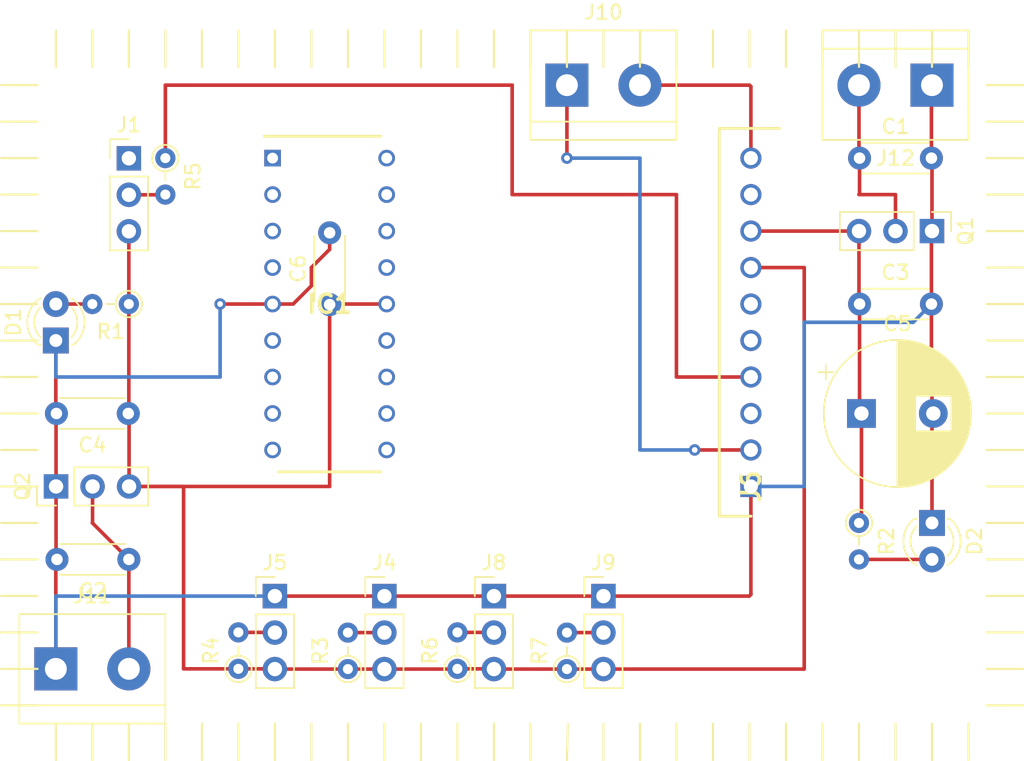
<source format=kicad_pcb>
(kicad_pcb (version 20211014) (generator pcbnew)
  (layers (0 "F.Cu" signal) (31 "B.Cu" signal) (34 "B.Paste" user) (35 "F.Paste" user) (36 "B.SilkS" user "B.Silkscreen") (37 "F.SilkS" user "F.Silkscreen") (38 "B.Mask" user) (39 "F.Mask" user) (44 "Edge.Cuts" user))
  (net 0 "")
  (net 1 "VCOM")
  (net 2 "GND")
  (net 3 "VBUS")
  (net 4 "+12V")
  (net 5 "+5V")
  (net 6 "Net-(D1-Pad2)")
  (net 7 "Net-(D2-Pad2)")
  (net 24 "PIC_PWM")
  (net 25 "MD_PWM")
  (net 26 "lp_sense_out_a")
  (net 27 "lp_sense_out_b")
  (net 28 "M_OUT_1")
  (net 30 "Net-(J6-Pad4)")
  (net 31 "CW")
  (net 32 "CCW")
  (net 34 "M_OUT_2")
  (net 35 "od_sense_out_1")
  (net 36 "od_sense_out_2")
  (footprint "Capacitor_THT:C_Disc_D4.3mm_W1.9mm_P5.00mm" (layer "F.Cu") (at 154.98 34.29)
    (fp_text reference "C1" (at 2.5 -2.2) (layer "F.SilkS"))
    (fp_text value "1uF")
    (pad "1" thru_hole circle (at 0 0) (size 1.6 1.6) (drill 0.8) (layers *.Cu *.Mask) (net 1 "VCOM"))
    (pad "2" thru_hole circle (at 5 0) (size 1.6 1.6) (drill 0.8) (layers *.Cu *.Mask) (net 2 "GND"))
  )
  (footprint "Connector_PinHeader_2.54mm:PinHeader_1x03_P2.54mm_Vertical" (layer "F.Cu") (at 114.3 64.785)
    (fp_text reference "J5" (at 0 -2.33) (layer "F.SilkS"))
    (fp_text value "limite_protection_sensor_b")
    (pad "1" thru_hole rect (at 0 0) (size 1.7 1.7) (drill 1) (layers *.Cu *.Mask) (net 2 "GND"))
    (pad "2" thru_hole oval (at 0 2.54) (size 1.7 1.7) (drill 1) (layers *.Cu *.Mask) (net 27 "lp_sense_out_b"))
    (pad "3" thru_hole oval (at 0 5.08) (size 1.7 1.7) (drill 1) (layers *.Cu *.Mask) (net 5 "+5V"))
  )
  (footprint "Connector_PinHeader_2.54mm:PinHeader_1x03_P2.54mm_Vertical" (layer "F.Cu") (at 99.075 57.15 90)
    (fp_text reference "Q2" (at 0 -2.33 90) (layer "F.SilkS"))
    (fp_text value "MTP4835I3")
    (pad "1" thru_hole rect (at 0 0 90) (size 1.7 1.7) (drill 1) (layers *.Cu *.Mask) (net 2 "GND"))
    (pad "2" thru_hole oval (at 0 2.54 90) (size 1.7 1.7) (drill 1) (layers *.Cu *.Mask) (net 3 "VBUS"))
    (pad "3" thru_hole oval (at 0 5.08 90) (size 1.7 1.7) (drill 1) (layers *.Cu *.Mask) (net 5 "+5V"))
  )
  (footprint "Connector_PinHeader_2.54mm:PinHeader_1x03_P2.54mm_Vertical" (layer "F.Cu") (at 129.54 64.785)
    (fp_text reference "J8" (at 0 -2.33) (layer "F.SilkS"))
    (fp_text value "object_dection_sensor_1")
    (pad "1" thru_hole rect (at 0 0) (size 1.7 1.7) (drill 1) (layers *.Cu *.Mask) (net 2 "GND"))
    (pad "2" thru_hole oval (at 0 2.54) (size 1.7 1.7) (drill 1) (layers *.Cu *.Mask) (net 35 "od_sense_out_1"))
    (pad "3" thru_hole oval (at 0 5.08) (size 1.7 1.7) (drill 1) (layers *.Cu *.Mask) (net 5 "+5V"))
  )
  (footprint "Connector_PinHeader_2.54mm:PinHeader_1x03_P2.54mm_Vertical" (layer "F.Cu") (at 160.02 39.37 -90)
    (fp_text reference "Q1" (at 0 -2.33 90) (layer "F.SilkS"))
    (fp_text value "MTP4835I3")
    (pad "1" thru_hole rect (at 0 0 270) (size 1.7 1.7) (drill 1) (layers *.Cu *.Mask) (net 2 "GND"))
    (pad "2" thru_hole oval (at 0 2.54 270) (size 1.7 1.7) (drill 1) (layers *.Cu *.Mask) (net 1 "VCOM"))
    (pad "3" thru_hole oval (at 0 5.08 270) (size 1.7 1.7) (drill 1) (layers *.Cu *.Mask) (net 4 "+12V"))
  )
  (footprint "Resistor_THT:R_Axial_DIN0204_L3.6mm_D1.6mm_P2.54mm_Vertical" (layer "F.Cu") (at 127 69.85 90)
    (fp_text reference "R6" (at 1.27 -1.92 90) (layer "F.SilkS"))
    (fp_text value "10kΩ")
    (pad "1" thru_hole circle (at 0 0 90) (size 1.4 1.4) (drill 0.7) (layers *.Cu *.Mask) (net 5 "+5V"))
    (pad "2" thru_hole oval (at 2.54 0 90) (size 1.4 1.4) (drill 0.7) (layers *.Cu *.Mask) (net 35 "od_sense_out_1"))
  )
  (footprint "TerminalBlock:TerminalBlock_bornier-2_P5.08mm" (layer "F.Cu") (at 99.06 69.85)
    (fp_text reference "J11" (at 2.54 -5.08) (layer "F.SilkS"))
    (fp_text value "ControlPower")
    (pad "1" thru_hole rect (at 0 0) (size 3 3) (drill 1.52) (layers *.Cu *.Mask) (net 2 "GND"))
    (pad "2" thru_hole circle (at 5.08 0) (size 3 3) (drill 1.52) (layers *.Cu *.Mask) (net 3 "VBUS"))
  )
  (footprint "Resistor_THT:R_Axial_DIN0204_L3.6mm_D1.6mm_P2.54mm_Vertical" (layer "F.Cu") (at 119.38 69.865 90)
    (fp_text reference "R3" (at 1.27 -1.92 90) (layer "F.SilkS"))
    (fp_text value "10kΩ")
    (pad "1" thru_hole circle (at 0 0 90) (size 1.4 1.4) (drill 0.7) (layers *.Cu *.Mask) (net 5 "+5V"))
    (pad "2" thru_hole oval (at 2.54 0 90) (size 1.4 1.4) (drill 0.7) (layers *.Cu *.Mask) (net 26 "lp_sense_out_a"))
  )
  (footprint "lib_PIC16F88-I_P:DIP794W56P254L2286H533Q18N" (layer "F.Cu") (at 118.11 44.45)
    (fp_text reference "IC1" (at 0 0) (layer "F.SilkS") (effects (font (size 1.27 1.27) (thickness 0.254))))
    (fp_text value "PIC16F88-I_P" hide)
    (pad "1" thru_hole rect locked (at -3.969 -10.16) (size 1.159 1.159) (drill 0.759) (layers *.Cu *.Mask))
    (pad "2" thru_hole circle locked (at -3.969 -7.62) (size 1.159 1.159) (drill 0.759) (layers *.Cu *.Mask))
    (pad "3" thru_hole circle locked (at -3.969 -5.08) (size 1.159 1.159) (drill 0.759) (layers *.Cu *.Mask))
    (pad "4" thru_hole circle locked (at -3.969 -2.54) (size 1.159 1.159) (drill 0.759) (layers *.Cu *.Mask))
    (pad "5" thru_hole circle locked (at -3.969 0) (size 1.159 1.159) (drill 0.759) (layers *.Cu *.Mask) (net 2 "GND"))
    (pad "6" thru_hole circle locked (at -3.969 2.54) (size 1.159 1.159) (drill 0.759) (layers *.Cu *.Mask))
    (pad "7" thru_hole circle locked (at -3.969 5.08) (size 1.159 1.159) (drill 0.759) (layers *.Cu *.Mask))
    (pad "8" thru_hole circle locked (at -3.969 7.62) (size 1.159 1.159) (drill 0.759) (layers *.Cu *.Mask))
    (pad "9" thru_hole circle locked (at -3.969 10.16) (size 1.159 1.159) (drill 0.759) (layers *.Cu *.Mask))
    (pad "10" thru_hole circle locked (at 3.969 10.16) (size 1.159 1.159) (drill 0.759) (layers *.Cu *.Mask))
    (pad "11" thru_hole circle locked (at 3.969 7.62) (size 1.159 1.159) (drill 0.759) (layers *.Cu *.Mask))
    (pad "12" thru_hole circle locked (at 3.969 5.08) (size 1.159 1.159) (drill 0.759) (layers *.Cu *.Mask))
    (pad "13" thru_hole circle locked (at 3.969 2.54) (size 1.159 1.159) (drill 0.759) (layers *.Cu *.Mask))
    (pad "14" thru_hole circle locked (at 3.969 0) (size 1.159 1.159) (drill 0.759) (layers *.Cu *.Mask) (net 5 "+5V"))
    (pad "15" thru_hole circle locked (at 3.969 -2.54) (size 1.159 1.159) (drill 0.759) (layers *.Cu *.Mask))
    (pad "16" thru_hole circle locked (at 3.969 -5.08) (size 1.159 1.159) (drill 0.759) (layers *.Cu *.Mask))
    (pad "17" thru_hole circle locked (at 3.969 -7.62) (size 1.159 1.159) (drill 0.759) (layers *.Cu *.Mask))
    (pad "18" thru_hole circle locked (at 3.969 -10.16) (size 1.159 1.159) (drill 0.759) (layers *.Cu *.Mask))
  )
  (footprint "Capacitor_THT:CP_Radial_D10.0mm_P5.00mm" (layer "F.Cu") (at 155.112323 52.07)
    (fp_text reference "C5" (at 2.5 -6.25) (layer "F.SilkS"))
    (fp_text value "10uF")
    (pad "1" thru_hole rect (at 0 0) (size 2 2) (drill 1) (layers *.Cu *.Mask) (net 4 "+12V"))
    (pad "2" thru_hole circle (at 5 0) (size 2 2) (drill 1) (layers *.Cu *.Mask) (net 2 "GND"))
  )
  (footprint "Resistor_THT:R_Axial_DIN0204_L3.6mm_D1.6mm_P2.54mm_Vertical" (layer "F.Cu") (at 134.62 69.865 90)
    (fp_text reference "R7" (at 1.27 -1.92 90) (layer "F.SilkS"))
    (fp_text value "10kΩ")
    (pad "1" thru_hole circle (at 0 0 90) (size 1.4 1.4) (drill 0.7) (layers *.Cu *.Mask) (net 5 "+5V"))
    (pad "2" thru_hole oval (at 2.54 0 90) (size 1.4 1.4) (drill 0.7) (layers *.Cu *.Mask) (net 36 "od_sense_out_2"))
  )
  (footprint "Capacitor_THT:C_Disc_D4.3mm_W1.9mm_P5.00mm" (layer "F.Cu") (at 154.98 44.45)
    (fp_text reference "C3" (at 2.5 -2.2) (layer "F.SilkS"))
    (fp_text value "1uF")
    (pad "1" thru_hole circle (at 0 0) (size 1.6 1.6) (drill 0.8) (layers *.Cu *.Mask) (net 4 "+12V"))
    (pad "2" thru_hole circle (at 5 0) (size 1.6 1.6) (drill 0.8) (layers *.Cu *.Mask) (net 2 "GND"))
  )
  (footprint "Resistor_THT:R_Axial_DIN0204_L3.6mm_D1.6mm_P2.54mm_Vertical" (layer "F.Cu") (at 106.68 34.29 -90)
    (fp_text reference "R5" (at 1.27 -1.92 90) (layer "F.SilkS"))
    (fp_text value "5.1k")
    (pad "1" thru_hole circle (at 0 0 270) (size 1.4 1.4) (drill 0.7) (layers *.Cu *.Mask) (net 30 "Net-(J6-Pad4)"))
    (pad "2" thru_hole oval (at 2.54 0 270) (size 1.4 1.4) (drill 0.7) (layers *.Cu *.Mask) (net 25 "MD_PWM"))
  )
  (footprint "Resistor_THT:R_Axial_DIN0204_L3.6mm_D1.6mm_P2.54mm_Vertical" (layer "F.Cu") (at 104.14 44.45 180)
    (fp_text reference "R1" (at 1.27 -1.92) (layer "F.SilkS"))
    (fp_text value "1kΩ")
    (pad "1" thru_hole circle (at 0 0 180) (size 1.4 1.4) (drill 0.7) (layers *.Cu *.Mask) (net 5 "+5V"))
    (pad "2" thru_hole oval (at 2.54 0 180) (size 1.4 1.4) (drill 0.7) (layers *.Cu *.Mask) (net 6 "Net-(D1-Pad2)"))
  )
  (footprint "lib_TA7291P_O_:TO254P420X2700X1580-10P" (layer "F.Cu") (at 147.42 57.15 90)
    (fp_text reference "J6" (at 0 0 90) (layer "F.SilkS") (effects (font (size 1.27 1.27) (thickness 0.254))))
    (fp_text value "TA7291P_O_" hide)
    (pad "1" thru_hole rect locked (at 0 0 90) (size 1.47 1.47) (drill 0.98) (layers *.Cu *.Mask) (net 2 "GND"))
    (pad "2" thru_hole circle locked (at 2.54 0 90) (size 1.47 1.47) (drill 0.98) (layers *.Cu *.Mask) (net 28 "M_OUT_1"))
    (pad "3" thru_hole circle locked (at 5.08 0 90) (size 1.47 1.47) (drill 0.98) (layers *.Cu *.Mask))
    (pad "4" thru_hole circle locked (at 7.62 0 90) (size 1.47 1.47) (drill 0.98) (layers *.Cu *.Mask) (net 30 "Net-(J6-Pad4)"))
    (pad "5" thru_hole circle locked (at 10.16 0 90) (size 1.47 1.47) (drill 0.98) (layers *.Cu *.Mask) (net 31 "CW"))
    (pad "6" thru_hole circle locked (at 12.7 0 90) (size 1.47 1.47) (drill 0.98) (layers *.Cu *.Mask) (net 32 "CCW"))
    (pad "7" thru_hole circle locked (at 15.24 0 90) (size 1.47 1.47) (drill 0.98) (layers *.Cu *.Mask) (net 5 "+5V"))
    (pad "8" thru_hole circle locked (at 17.78 0 90) (size 1.47 1.47) (drill 0.98) (layers *.Cu *.Mask) (net 4 "+12V"))
    (pad "9" thru_hole circle locked (at 20.32 0 90) (size 1.47 1.47) (drill 0.98) (layers *.Cu *.Mask))
    (pad "10" thru_hole circle locked (at 22.86 0 90) (size 1.47 1.47) (drill 0.98) (layers *.Cu *.Mask) (net 34 "M_OUT_2"))
  )
  (footprint "Resistor_THT:R_Axial_DIN0204_L3.6mm_D1.6mm_P2.54mm_Vertical" (layer "F.Cu") (at 111.76 69.85 90)
    (fp_text reference "R4" (at 1.27 -1.92 90) (layer "F.SilkS"))
    (fp_text value "10kΩ")
    (pad "1" thru_hole circle (at 0 0 90) (size 1.4 1.4) (drill 0.7) (layers *.Cu *.Mask) (net 5 "+5V"))
    (pad "2" thru_hole oval (at 2.54 0 90) (size 1.4 1.4) (drill 0.7) (layers *.Cu *.Mask) (net 27 "lp_sense_out_b"))
  )
  (footprint "LED_THT:LED_D3.0mm" (layer "F.Cu") (at 160.02 59.69 -90)
    (fp_text reference "D2" (at 1.27 -2.96 90) (layer "F.SilkS"))
    (fp_text value "LED")
    (pad "1" thru_hole rect (at 0 0 270) (size 1.8 1.8) (drill 0.9) (layers *.Cu *.Mask) (net 2 "GND"))
    (pad "2" thru_hole circle (at 2.54 0 270) (size 1.8 1.8) (drill 0.9) (layers *.Cu *.Mask) (net 7 "Net-(D2-Pad2)"))
  )
  (footprint "TerminalBlock:TerminalBlock_bornier-2_P5.08mm" (layer "F.Cu") (at 160.02 29.21 180)
    (fp_text reference "J12" (at 2.54 -5.08) (layer "F.SilkS"))
    (fp_text value "MotorPower")
    (pad "1" thru_hole rect (at 0 0 180) (size 3 3) (drill 1.52) (layers *.Cu *.Mask) (net 2 "GND"))
    (pad "2" thru_hole circle (at 5.08 0 180) (size 3 3) (drill 1.52) (layers *.Cu *.Mask) (net 1 "VCOM"))
  )
  (footprint "Capacitor_THT:C_Disc_D4.3mm_W1.9mm_P5.00mm" (layer "F.Cu") (at 118.11 44.49 90)
    (fp_text reference "C6" (at 2.5 -2.2 90) (layer "F.SilkS"))
    (fp_text value "0.1uF")
    (pad "1" thru_hole circle (at 0 0 90) (size 1.6 1.6) (drill 0.8) (layers *.Cu *.Mask) (net 5 "+5V"))
    (pad "2" thru_hole circle (at 5 0 90) (size 1.6 1.6) (drill 0.8) (layers *.Cu *.Mask) (net 2 "GND"))
  )
  (footprint "TerminalBlock:TerminalBlock_bornier-2_P5.08mm" (layer "F.Cu") (at 134.62 29.21)
    (fp_text reference "J10" (at 2.54 -5.08) (layer "F.SilkS"))
    (fp_text value "MotorOut")
    (pad "1" thru_hole rect (at 0 0) (size 3 3) (drill 1.52) (layers *.Cu *.Mask) (net 28 "M_OUT_1"))
    (pad "2" thru_hole circle (at 5.08 0) (size 3 3) (drill 1.52) (layers *.Cu *.Mask) (net 34 "M_OUT_2"))
  )
  (footprint "Resistor_THT:R_Axial_DIN0204_L3.6mm_D1.6mm_P2.54mm_Vertical" (layer "F.Cu") (at 154.94 59.69 -90)
    (fp_text reference "R2" (at 1.27 -1.92 90) (layer "F.SilkS"))
    (fp_text value "1kΩ")
    (pad "1" thru_hole circle (at 0 0 270) (size 1.4 1.4) (drill 0.7) (layers *.Cu *.Mask) (net 4 "+12V"))
    (pad "2" thru_hole oval (at 2.54 0 270) (size 1.4 1.4) (drill 0.7) (layers *.Cu *.Mask) (net 7 "Net-(D2-Pad2)"))
  )
  (footprint "LED_THT:LED_D3.0mm" (layer "F.Cu") (at 99.06 46.99 90)
    (fp_text reference "D1" (at 1.27 -2.96 90) (layer "F.SilkS"))
    (fp_text value "LED")
    (pad "1" thru_hole rect (at 0 0 90) (size 1.8 1.8) (drill 0.9) (layers *.Cu *.Mask) (net 2 "GND"))
    (pad "2" thru_hole circle (at 2.54 0 90) (size 1.8 1.8) (drill 0.9) (layers *.Cu *.Mask) (net 6 "Net-(D1-Pad2)"))
  )
  (footprint "Connector_PinHeader_2.54mm:PinHeader_1x03_P2.54mm_Vertical" (layer "F.Cu") (at 104.14 34.305)
    (fp_text reference "J1" (at 0 -2.33) (layer "F.SilkS"))
    (fp_text value "PWM_Selector")
    (pad "1" thru_hole rect (at 0 0) (size 1.7 1.7) (drill 1) (layers *.Cu *.Mask) (net 24 "PIC_PWM"))
    (pad "2" thru_hole oval (at 0 2.54) (size 1.7 1.7) (drill 1) (layers *.Cu *.Mask) (net 25 "MD_PWM"))
    (pad "3" thru_hole oval (at 0 5.08) (size 1.7 1.7) (drill 1) (layers *.Cu *.Mask) (net 5 "+5V"))
  )
  (footprint "Connector_PinHeader_2.54mm:PinHeader_1x03_P2.54mm_Vertical" (layer "F.Cu") (at 121.92 64.785)
    (fp_text reference "J4" (at 0 -2.33) (layer "F.SilkS"))
    (fp_text value "limite_protection_sensor_a")
    (pad "1" thru_hole rect (at 0 0) (size 1.7 1.7) (drill 1) (layers *.Cu *.Mask) (net 2 "GND"))
    (pad "2" thru_hole oval (at 0 2.54) (size 1.7 1.7) (drill 1) (layers *.Cu *.Mask) (net 26 "lp_sense_out_a"))
    (pad "3" thru_hole oval (at 0 5.08) (size 1.7 1.7) (drill 1) (layers *.Cu *.Mask) (net 5 "+5V"))
  )
  (footprint "Capacitor_THT:C_Disc_D4.3mm_W1.9mm_P5.00mm" (layer "F.Cu") (at 104.1 52.07 180)
    (fp_text reference "C4" (at 2.5 -2.2) (layer "F.SilkS"))
    (fp_text value "1uF")
    (pad "1" thru_hole circle (at 0 0 180) (size 1.6 1.6) (drill 0.8) (layers *.Cu *.Mask) (net 5 "+5V"))
    (pad "2" thru_hole circle (at 5 0 180) (size 1.6 1.6) (drill 0.8) (layers *.Cu *.Mask) (net 2 "GND"))
  )
  (footprint "Capacitor_THT:C_Disc_D4.3mm_W1.9mm_P5.00mm" (layer "F.Cu") (at 104.14 62.23 180)
    (fp_text reference "C2" (at 2.5 -2.2) (layer "F.SilkS"))
    (fp_text value "1uF")
    (pad "1" thru_hole circle (at 0 0 180) (size 1.6 1.6) (drill 0.8) (layers *.Cu *.Mask) (net 3 "VBUS"))
    (pad "2" thru_hole circle (at 5 0 180) (size 1.6 1.6) (drill 0.8) (layers *.Cu *.Mask) (net 2 "GND"))
  )
  (footprint "Connector_PinHeader_2.54mm:PinHeader_1x03_P2.54mm_Vertical" (layer "F.Cu") (at 137.16 64.785)
    (fp_text reference "J9" (at 0 -2.33) (layer "F.SilkS"))
    (fp_text value "object_dection_sensor_2")
    (pad "1" thru_hole rect (at 0 0) (size 1.7 1.7) (drill 1) (layers *.Cu *.Mask) (net 2 "GND"))
    (pad "2" thru_hole oval (at 0 2.54) (size 1.7 1.7) (drill 1) (layers *.Cu *.Mask) (net 36 "od_sense_out_2"))
    (pad "3" thru_hole oval (at 0 5.08) (size 1.7 1.7) (drill 1) (layers *.Cu *.Mask) (net 5 "+5V"))
  )
  (gr_line (start 111.76 27.94) (end 111.76 25.4) (layer "F.SilkS") (width 0.15))
  (gr_line (start 154.94 76.2) (end 154.94 73.66) (layer "F.SilkS") (width 0.15))
  (gr_line (start 114.3 27.94) (end 114.3 25.4) (layer "F.SilkS") (width 0.15))
  (gr_line (start 139.7 27.94) (end 139.7 25.4) (layer "F.SilkS") (width 0.15))
  (gr_line (start 116.84 76.2) (end 116.84 73.66) (layer "F.SilkS") (width 0.15))
  (gr_line (start 114.3 76.2) (end 114.3 73.66) (layer "F.SilkS") (width 0.15))
  (gr_line (start 121.92 27.94) (end 121.92 25.4) (layer "F.SilkS") (width 0.15))
  (gr_line (start 166.37 46.99) (end 163.83 46.99) (layer "F.SilkS") (width 0.15))
  (gr_line (start 97.79 44.45) (end 95.25 44.45) (layer "F.SilkS") (width 0.15))
  (gr_line (start 162.56 27.94) (end 162.56 25.4) (layer "F.SilkS") (width 0.15))
  (gr_line (start 166.37 64.77) (end 163.83 64.77) (layer "F.SilkS") (width 0.15))
  (gr_line (start 166.37 67.31) (end 163.83 67.31) (layer "F.SilkS") (width 0.15))
  (gr_line (start 166.37 36.83) (end 163.83 36.83) (layer "F.SilkS") (width 0.15))
  (gr_line (start 104.14 76.2) (end 104.14 73.66) (layer "F.SilkS") (width 0.15))
  (gr_line (start 106.68 27.94) (end 106.68 25.4) (layer "F.SilkS") (width 0.15))
  (gr_line (start 127 27.94) (end 127 25.4) (layer "F.SilkS") (width 0.15))
  (gr_line (start 137.16 27.94) (end 137.16 25.4) (layer "F.SilkS") (width 0.15))
  (gr_line (start 152.4 27.94) (end 152.4 25.4) (layer "F.SilkS") (width 0.15))
  (gr_line (start 97.79 36.83) (end 95.25 36.83) (layer "F.SilkS") (width 0.15))
  (gr_line (start 97.79 41.91) (end 95.25 41.91) (layer "F.SilkS") (width 0.15))
  (gr_line (start 166.37 31.75) (end 163.83 31.75) (layer "F.SilkS") (width 0.15))
  (gr_line (start 166.37 41.91) (end 163.83 41.91) (layer "F.SilkS") (width 0.15))
  (gr_line (start 121.92 76.2) (end 121.92 73.66) (layer "F.SilkS") (width 0.15))
  (gr_line (start 99.06 76.2) (end 99.06 73.66) (layer "F.SilkS") (width 0.15))
  (gr_line (start 119.38 27.94) (end 119.38 25.4) (layer "F.SilkS") (width 0.15))
  (gr_line (start 142.24 76.2) (end 142.24 73.66) (layer "F.SilkS") (width 0.15))
  (gr_line (start 166.37 62.23) (end 163.83 62.23) (layer "F.SilkS") (width 0.15))
  (gr_line (start 154.94 27.94) (end 154.94 25.4) (layer "F.SilkS") (width 0.15))
  (gr_line (start 166.37 34.29) (end 163.83 34.29) (layer "F.SilkS") (width 0.15))
  (gr_line (start 157.48 27.94) (end 157.48 25.4) (layer "F.SilkS") (width 0.15))
  (gr_line (start 119.38 76.2) (end 119.38 73.66) (layer "F.SilkS") (width 0.15))
  (gr_line (start 132.08 27.94) (end 132.08 25.4) (layer "F.SilkS") (width 0.15))
  (gr_line (start 132.08 76.2) (end 132.08 73.66) (layer "F.SilkS") (width 0.15))
  (gr_line (start 97.79 29.21) (end 95.25 29.21) (layer "F.SilkS") (width 0.15))
  (gr_line (start 149.86 76.2) (end 149.86 73.66) (layer "F.SilkS") (width 0.15))
  (gr_line (start 129.54 27.94) (end 129.54 25.4) (layer "F.SilkS") (width 0.15))
  (gr_line (start 134.62 27.94) (end 134.62 25.4) (layer "F.SilkS") (width 0.15))
  (gr_line (start 106.68 76.2) (end 106.68 73.66) (layer "F.SilkS") (width 0.15))
  (gr_line (start 147.32 27.94) (end 147.32 25.4) (layer "F.SilkS") (width 0.15))
  (gr_line (start 166.37 44.45) (end 163.83 44.45) (layer "F.SilkS") (width 0.15))
  (gr_line (start 104.14 27.94) (end 104.14 25.4) (layer "F.SilkS") (width 0.15))
  (gr_line (start 97.79 57.15) (end 95.25 57.15) (layer "F.SilkS") (width 0.15))
  (gr_line (start 166.37 39.37) (end 163.83 39.37) (layer "F.SilkS") (width 0.15))
  (gr_line (start 97.79 62.23) (end 95.25 62.23) (layer "F.SilkS") (width 0.15))
  (gr_line (start 152.4 76.2) (end 152.4 73.66) (layer "F.SilkS") (width 0.15))
  (gr_line (start 99.06 27.94) (end 99.06 25.4) (layer "F.SilkS") (width 0.15))
  (gr_line (start 97.79 31.75) (end 95.25 31.75) (layer "F.SilkS") (width 0.15))
  (gr_line (start 157.48 76.2) (end 157.48 73.66) (layer "F.SilkS") (width 0.15))
  (gr_line (start 162.56 76.2) (end 162.56 73.66) (layer "F.SilkS") (width 0.15))
  (gr_line (start 166.37 49.53) (end 163.83 49.53) (layer "F.SilkS") (width 0.15))
  (gr_line (start 166.37 59.69) (end 163.83 59.69) (layer "F.SilkS") (width 0.15))
  (gr_line (start 137.16 76.2) (end 137.16 73.66) (layer "F.SilkS") (width 0.15))
  (gr_line (start 144.78 27.94) (end 144.78 25.4) (layer "F.SilkS") (width 0.15))
  (gr_line (start 166.37 72.39) (end 163.83 72.39) (layer "F.SilkS") (width 0.15))
  (gr_line (start 109.22 27.94) (end 109.22 25.4) (layer "F.SilkS") (width 0.15))
  (gr_line (start 97.79 49.53) (end 95.25 49.53) (layer "F.SilkS") (width 0.15))
  (gr_line (start 97.79 34.29) (end 95.25 34.29) (layer "F.SilkS") (width 0.15))
  (gr_line (start 144.78 76.2) (end 144.78 73.66) (layer "F.SilkS") (width 0.15))
  (gr_line (start 97.79 72.39) (end 95.25 72.39) (layer "F.SilkS") (width 0.15))
  (gr_line (start 160.02 27.94) (end 160.02 25.4) (layer "F.SilkS") (width 0.15))
  (gr_line (start 147.32 76.2) (end 147.32 73.66) (layer "F.SilkS") (width 0.15))
  (gr_line (start 166.37 54.61) (end 163.83 54.61) (layer "F.SilkS") (width 0.15))
  (gr_line (start 97.79 54.61) (end 95.25 54.61) (layer "F.SilkS") (width 0.15))
  (gr_line (start 111.76 76.2) (end 111.76 73.66) (layer "F.SilkS") (width 0.15))
  (gr_line (start 101.6 76.2) (end 101.6 73.66) (layer "F.SilkS") (width 0.15))
  (gr_line (start 97.79 46.99) (end 95.25 46.99) (layer "F.SilkS") (width 0.15))
  (gr_line (start 101.6 27.94) (end 101.6 25.4) (layer "F.SilkS") (width 0.15))
  (gr_line (start 149.86 27.94) (end 149.86 25.4) (layer "F.SilkS") (width 0.15))
  (gr_line (start 109.22 76.2) (end 109.22 73.66) (layer "F.SilkS") (width 0.15))
  (gr_line (start 124.46 76.2) (end 124.46 73.66) (layer "F.SilkS") (width 0.15))
  (gr_line (start 160.02 76.2) (end 160.02 73.66) (layer "F.SilkS") (width 0.15))
  (gr_line (start 127 76.2) (end 127 73.66) (layer "F.SilkS") (width 0.15))
  (gr_line (start 166.37 57.15) (end 163.83 57.15) (layer "F.SilkS") (width 0.15))
  (gr_line (start 97.79 69.85) (end 95.25 69.85) (layer "F.SilkS") (width 0.15))
  (gr_line (start 97.79 67.31) (end 95.25 67.31) (layer "F.SilkS") (width 0.15))
  (gr_line (start 129.54 76.2) (end 129.54 73.66) (layer "F.SilkS") (width 0.15))
  (gr_line (start 134.62 76.2) (end 134.68 73.705) (layer "F.SilkS") (width 0.15))
  (gr_line (start 166.37 69.85) (end 163.83 69.85) (layer "F.SilkS") (width 0.15))
  (gr_line (start 97.79 64.77) (end 95.25 64.77) (layer "F.SilkS") (width 0.15))
  (gr_line (start 97.79 59.69) (end 95.25 59.69) (layer "F.SilkS") (width 0.15))
  (gr_line (start 116.84 27.94) (end 116.84 25.4) (layer "F.SilkS") (width 0.15))
  (gr_line (start 166.37 52.07) (end 163.83 52.07) (layer "F.SilkS") (width 0.15))
  (gr_line (start 139.7 76.2) (end 139.7 73.66) (layer "F.SilkS") (width 0.15))
  (gr_line (start 166.37 29.21) (end 163.83 29.21) (layer "F.SilkS") (width 0.15))
  (gr_line (start 124.46 27.94) (end 124.46 25.4) (layer "F.SilkS") (width 0.15))
  (gr_line (start 97.79 52.07) (end 95.25 52.07) (layer "F.SilkS") (width 0.15))
  (gr_line (start 142.24 27.94) (end 142.24 25.4) (layer "F.SilkS") (width 0.15))
  (gr_line (start 97.79 39.37) (end 95.25 39.37) (layer "F.SilkS") (width 0.15))
  (segment (start 154.94 36.83) (end 157.48 36.83) (width 0.25) (layer "F.Cu") (net 1))
  (segment (start 157.48 36.83) (end 157.48 39.37) (width 0.25) (layer "F.Cu") (net 1))
  (segment (start 154.94 29.21) (end 154.94 34.25) (width 0.25) (layer "F.Cu") (net 1))
  (segment (start 154.94 34.25) (end 154.98 34.29) (width 0.25) (layer "F.Cu") (net 1))
  (segment (start 154.98 34.29) (end 154.98 36.79) (width 0.25) (layer "F.Cu") (net 1))
  (segment (start 154.98 36.79) (end 154.94 36.83) (width 0.25) (layer "F.Cu") (net 1))
  (segment (start 147.42 64.67) (end 147.305 64.785) (width 0.25) (layer "F.Cu") (net 2))
  (segment (start 116.84 43.18) (end 116.84 41.91) (width 0.25) (layer "F.Cu") (net 2))
  (segment (start 99.075 57.15) (end 99.075 52.095) (width 0.25) (layer "F.Cu") (net 2))
  (segment (start 159.98 39.41) (end 160.02 39.37) (width 0.25) (layer "F.Cu") (net 2))
  (segment (start 99.06 69.85) (end 99.06 62.31) (width 0.25) (layer "F.Cu") (net 2))
  (segment (start 159.98 29.25) (end 160.02 29.21) (width 0.25) (layer "F.Cu") (net 2))
  (segment (start 159.98 50.76) (end 159.98 44.45) (width 0.25) (layer "F.Cu") (net 2))
  (segment (start 147.305 64.785) (end 137.16 64.785) (width 0.25) (layer "F.Cu") (net 2))
  (segment (start 114.3 64.785) (end 121.92 64.785) (width 0.25) (layer "F.Cu") (net 2))
  (segment (start 99.075 62.165) (end 99.14 62.23) (width 0.25) (layer "F.Cu") (net 2))
  (segment (start 160.02 34.33) (end 159.98 34.29) (width 0.25) (layer "F.Cu") (net 2))
  (segment (start 116.84 41.91) (end 118.11 40.64) (width 0.25) (layer "F.Cu") (net 2))
  (segment (start 114.141 44.45) (end 115.57 44.45) (width 0.25) (layer "F.Cu") (net 2))
  (segment (start 99.06 46.99) (end 99.06 52.03) (width 0.25) (layer "F.Cu") (net 2))
  (segment (start 159.98 44.45) (end 159.98 39.41) (width 0.25) (layer "F.Cu") (net 2))
  (segment (start 99.06 52.03) (end 99.1 52.07) (width 0.25) (layer "F.Cu") (net 2))
  (segment (start 99.075 52.095) (end 99.1 52.07) (width 0.25) (layer "F.Cu") (net 2))
  (segment (start 129.54 64.785) (end 137.16 64.785) (width 0.25) (layer "F.Cu") (net 2))
  (segment (start 160.02 39.37) (end 160.02 34.33) (width 0.25) (layer "F.Cu") (net 2))
  (segment (start 129.54 64.785) (end 121.92 64.785) (width 0.25) (layer "F.Cu") (net 2))
  (segment (start 160.02 50.8) (end 159.98 50.76) (width 0.25) (layer "F.Cu") (net 2))
  (segment (start 115.57 44.45) (end 116.84 43.18) (width 0.25) (layer "F.Cu") (net 2))
  (segment (start 99.075 57.15) (end 99.075 62.165) (width 0.25) (layer "F.Cu") (net 2))
  (segment (start 114.141 44.45) (end 110.49 44.45) (width 0.25) (layer "F.Cu") (net 2))
  (segment (start 159.98 34.29) (end 159.98 29.25) (width 0.25) (layer "F.Cu") (net 2))
  (segment (start 118.11 40.64) (end 118.11 39.49) (width 0.25) (layer "F.Cu") (net 2))
  (segment (start 99.06 62.31) (end 99.14 62.23) (width 0.25) (layer "F.Cu") (net 2))
  (segment (start 160.02 59.69) (end 160.02 50.8) (width 0.25) (layer "F.Cu") (net 2))
  (segment (start 147.42 57.15) (end 147.42 64.67) (width 0.25) (layer "F.Cu") (net 2))
  (via (at 110.49 44.45) (size 0.8) (drill 0.4) (layers "F.Cu" "B.Cu") (net 2))
  (segment (start 158.71 45.72) (end 151.13 45.72) (width 0.25) (layer "B.Cu") (net 2))
  (segment (start 159.98 44.45) (end 158.71 45.72) (width 0.25) (layer "B.Cu") (net 2))
  (segment (start 110.49 49.53) (end 110.49 44.45) (width 0.25) (layer "B.Cu") (net 2))
  (segment (start 151.13 45.72) (end 151.13 57.15) (width 0.25) (layer "B.Cu") (net 2))
  (segment (start 99.06 49.53) (end 110.49 49.53) (width 0.25) (layer "B.Cu") (net 2))
  (segment (start 99.06 64.77) (end 99.06 69.85) (width 0.25) (layer "B.Cu") (net 2))
  (segment (start 99.075 64.785) (end 99.06 64.77) (width 0.25) (layer "B.Cu") (net 2))
  (segment (start 114.3 64.785) (end 99.075 64.785) (width 0.25) (layer "B.Cu") (net 2))
  (segment (start 151.13 57.15) (end 147.42 57.15) (width 0.25) (layer "B.Cu") (net 2))
  (segment (start 99.06 46.99) (end 99.06 49.53) (width 0.25) (layer "B.Cu") (net 2))
  (segment (start 104.14 69.85) (end 104.14 62.23) (width 0.25) (layer "F.Cu") (net 3))
  (segment (start 101.615 59.675) (end 101.6 59.69) (width 0.25) (layer "F.Cu") (net 3))
  (segment (start 101.6 59.69) (end 104.14 62.23) (width 0.25) (layer "F.Cu") (net 3))
  (segment (start 101.615 57.15) (end 101.615 59.675) (width 0.25) (layer "F.Cu") (net 3))
  (segment (start 154.98 51.937677) (end 155.112323 52.07) (width 0.25) (layer "F.Cu") (net 4))
  (segment (start 154.94 39.37) (end 147.42 39.37) (width 0.25) (layer "F.Cu") (net 4))
  (segment (start 154.98 44.45) (end 154.98 51.937677) (width 0.25) (layer "F.Cu") (net 4))
  (segment (start 154.94 44.41) (end 154.98 44.45) (width 0.25) (layer "F.Cu") (net 4))
  (segment (start 155.112323 59.517677) (end 154.94 59.69) (width 0.25) (layer "F.Cu") (net 4))
  (segment (start 155.112323 52.07) (end 155.112323 59.517677) (width 0.25) (layer "F.Cu") (net 4))
  (segment (start 154.94 39.37) (end 154.94 44.41) (width 0.25) (layer "F.Cu") (net 4))
  (segment (start 104.155 52.125) (end 104.1 52.07) (width 0.25) (layer "F.Cu") (net 5))
  (segment (start 129.54 69.865) (end 134.62 69.865) (width 0.25) (layer "F.Cu") (net 5))
  (segment (start 107.95 69.85) (end 107.95 57.15) (width 0.25) (layer "F.Cu") (net 5))
  (segment (start 151.13 41.91) (end 151.13 69.85) (width 0.25) (layer "F.Cu") (net 5))
  (segment (start 147.42 41.91) (end 151.13 41.91) (width 0.25) (layer "F.Cu") (net 5))
  (segment (start 111.76 69.85) (end 114.285 69.85) (width 0.25) (layer "F.Cu") (net 5))
  (segment (start 118.15 44.45) (end 118.11 44.49) (width 0.25) (layer "F.Cu") (net 5))
  (segment (start 127 69.85) (end 129.525 69.85) (width 0.25) (layer "F.Cu") (net 5))
  (segment (start 121.92 69.865) (end 126.985 69.865) (width 0.25) (layer "F.Cu") (net 5))
  (segment (start 114.3 69.865) (end 119.38 69.865) (width 0.25) (layer "F.Cu") (net 5))
  (segment (start 119.38 69.865) (end 121.92 69.865) (width 0.25) (layer "F.Cu") (net 5))
  (segment (start 104.14 39.385) (end 104.14 44.45) (width 0.25) (layer "F.Cu") (net 5))
  (segment (start 126.985 69.865) (end 127 69.85) (width 0.25) (layer "F.Cu") (net 5))
  (segment (start 151.13 69.85) (end 151.115 69.865) (width 0.25) (layer "F.Cu") (net 5))
  (segment (start 104.14 44.45) (end 104.14 52.03) (width 0.25) (layer "F.Cu") (net 5))
  (segment (start 137.16 69.865) (end 134.62 69.865) (width 0.25) (layer "F.Cu") (net 5))
  (segment (start 122.079 44.45) (end 118.15 44.45) (width 0.25) (layer "F.Cu") (net 5))
  (segment (start 111.76 69.85) (end 107.95 69.85) (width 0.25) (layer "F.Cu") (net 5))
  (segment (start 151.115 69.865) (end 137.16 69.865) (width 0.25) (layer "F.Cu") (net 5))
  (segment (start 104.155 57.15) (end 104.155 52.125) (width 0.25) (layer "F.Cu") (net 5))
  (segment (start 104.155 57.15) (end 118.11 57.15) (width 0.25) (layer "F.Cu") (net 5))
  (segment (start 114.285 69.85) (end 114.3 69.865) (width 0.25) (layer "F.Cu") (net 5))
  (segment (start 107.95 57.15) (end 104.155 57.15) (width 0.25) (layer "F.Cu") (net 5))
  (segment (start 104.14 52.03) (end 104.1 52.07) (width 0.25) (layer "F.Cu") (net 5))
  (segment (start 129.525 69.85) (end 129.54 69.865) (width 0.25) (layer "F.Cu") (net 5))
  (segment (start 118.11 57.15) (end 118.11 44.49) (width 0.25) (layer "F.Cu") (net 5))
  (segment (start 99.06 44.45) (end 101.6 44.45) (width 0.25) (layer "F.Cu") (net 6))
  (segment (start 154.94 62.23) (end 160.02 62.23) (width 0.25) (layer "F.Cu") (net 7))
  (segment (start 106.665 36.845) (end 106.68 36.83) (width 0.25) (layer "F.Cu") (net 25))
  (segment (start 104.14 36.845) (end 106.665 36.845) (width 0.25) (layer "F.Cu") (net 25))
  (segment (start 119.38 67.325) (end 121.92 67.325) (width 0.25) (layer "F.Cu") (net 26))
  (segment (start 111.76 67.31) (end 114.285 67.31) (width 0.25) (layer "F.Cu") (net 27))
  (segment (start 114.285 67.31) (end 114.3 67.325) (width 0.25) (layer "F.Cu") (net 27))
  (segment (start 134.62 29.21) (end 134.62 34.29) (width 0.25) (layer "F.Cu") (net 28))
  (segment (start 147.42 54.61) (end 143.51 54.61) (width 0.25) (layer "F.Cu") (net 28))
  (via (at 143.51 54.61) (size 0.8) (drill 0.4) (layers "F.Cu" "B.Cu") (net 28))
  (via (at 134.62 34.29) (size 0.8) (drill 0.4) (layers "F.Cu" "B.Cu") (net 28))
  (segment (start 143.51 54.61) (end 139.7 54.61) (width 0.25) (layer "B.Cu") (net 28))
  (segment (start 139.7 54.61) (end 139.7 34.29) (width 0.25) (layer "B.Cu") (net 28))
  (segment (start 139.7 34.29) (end 134.62 34.29) (width 0.25) (layer "B.Cu") (net 28))
  (segment (start 142.24 36.83) (end 130.81 36.83) (width 0.25) (layer "F.Cu") (net 30))
  (segment (start 142.24 49.53) (end 142.24 36.83) (width 0.25) (layer "F.Cu") (net 30))
  (segment (start 147.42 49.53) (end 142.24 49.53) (width 0.25) (layer "F.Cu") (net 30))
  (segment (start 130.81 36.83) (end 130.81 29.21) (width 0.25) (layer "F.Cu") (net 30))
  (segment (start 130.81 29.21) (end 109.22 29.21) (width 0.25) (layer "F.Cu") (net 30))
  (segment (start 106.68 29.21) (end 109.22 29.21) (width 0.25) (layer "F.Cu") (net 30))
  (segment (start 106.68 34.29) (end 106.68 29.21) (width 0.25) (layer "F.Cu") (net 30))
  (segment (start 147.32 29.21) (end 147.42 29.31) (width 0.25) (layer "F.Cu") (net 34))
  (segment (start 139.7 29.21) (end 147.32 29.21) (width 0.25) (layer "F.Cu") (net 34))
  (segment (start 147.42 34.29) (end 147.42 29.31) (width 0.25) (layer "F.Cu") (net 34))
  (segment (start 129.525 67.31) (end 129.54 67.325) (width 0.25) (layer "F.Cu") (net 35))
  (segment (start 127 67.31) (end 129.525 67.31) (width 0.25) (layer "F.Cu") (net 35))
  (segment (start 134.62 67.325) (end 137.16 67.325) (width 0.25) (layer "F.Cu") (net 36))
)
</source>
